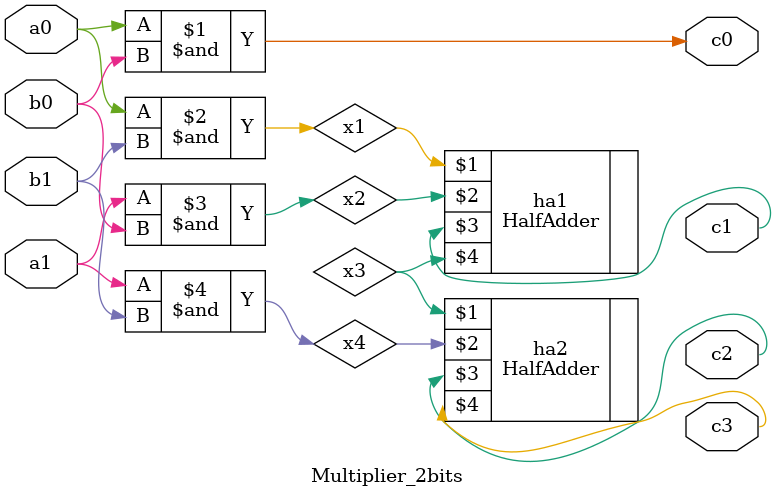
<source format=v>
`timescale 1ns / 1ps


module Multiplier_2bits(

    input a0, a1, b0, b1,
    
    output c0, c1, c2, c3

    );
    
    wire x1, x2, x3, x4;
    
    // bit -> c0
    assign c0 = a0 & b0;
    
    // bit -> c1
    assign x1 = a0 & b1;
    assign x2 = a1 & b0;
    
    HalfAdder ha1(x1, x2, c1, x3);  // x3 is carry
    
    // bit -> c2 and c3
    assign x4 = a1 & b1;
    HalfAdder ha2(x3, x4, c2, c3);
    
endmodule

</source>
